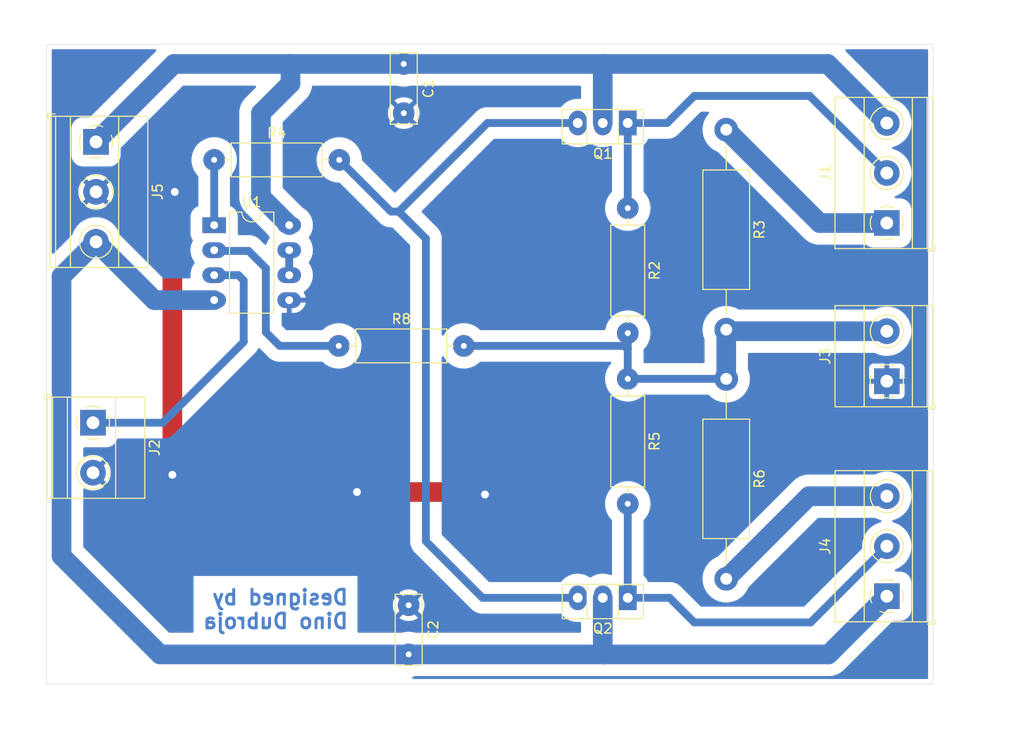
<source format=kicad_pcb>
(kicad_pcb (version 20240108) (generator "pcbnew") (generator_version "8.0")
  (layers (0 "F.Cu" signal) (31 "B.Cu" signal) (34 "B.Paste" user) (35 "F.Paste" user) (36 "B.SilkS" user "B.Silkscreen") (37 "F.SilkS" user "F.Silkscreen") (38 "B.Mask" user) (39 "F.Mask" user) (44 "Edge.Cuts" user))
  (net 0 "")
  (net 1 "+V")
  (net 2 "GND")
  (net 3 "-V")
  (net 4 "Net-(J1-Pin_1)")
  (net 5 "Net-(J1-Pin_2)")
  (net 6 "Net-(J2-Pin_1)")
  (net 7 "Net-(J3-Pin_2)")
  (net 8 "Net-(J4-Pin_2)")
  (net 9 "Net-(Q1-B)")
  (net 10 "Net-(R4-Pad1)")
  (net 11 "Net-(J4-Pin_3)")
  (net 12 "Net-(U1A--)")
  (net 13 "Net-(U1B--)")
  (footprint "Resistor_THT:R_Axial_DIN0414_L11.9mm_D4.5mm_P20.32mm_Horizontal" (layer "F.Cu") (at 179 90 -90)
    (property "Reference" "R6" (at 10.16 -3.37 90) (layer "F.SilkS"))
    (property "Value" "0.22 2W")
    (fp_line (start 4.09 2.37) (end 16.23 2.37) (stroke (width 0.12)) (layer "F.SilkS"))
    (fp_line (start 16.23 2.37) (end 16.23 -2.37) (stroke (width 0.12)) (layer "F.SilkS"))
    (fp_line (start 1.44 0) (end 4.09 0) (stroke (width 0.12)) (layer "F.SilkS"))
    (fp_line (start 18.88 0) (end 16.23 0) (stroke (width 0.12)) (layer "F.SilkS"))
    (fp_line (start 4.09 -2.37) (end 4.09 2.37) (stroke (width 0.12)) (layer "F.SilkS"))
    (fp_line (start 16.23 -2.37) (end 4.09 -2.37) (stroke (width 0.12)) (layer "F.SilkS"))
    (pad "1" thru_hole circle (at 0 0 270) (size 2.4 2.4) (drill 1.2) (layers "*.Cu" "*.Mask") (net 7 "Net-(J3-Pin_2)"))
    (pad "2" thru_hole oval (at 20.32 0 270) (size 2.4 2.4) (drill 1.2) (layers "*.Cu" "*.Mask") (net 11 "Net-(J4-Pin_3)"))
  )
  (footprint "Package_TO_SOT_THT:TO-126-3_Vertical" (layer "F.Cu") (at 169 64 180)
    (property "Reference" "Q1" (at 2.54 -3.12 180) (layer "F.SilkS"))
    (property "Value" "BD139")
    (fp_line (start 6.66 -2.12) (end 6.66 1.37) (stroke (width 0.12)) (layer "F.SilkS"))
    (fp_line (start 4.141 0.54) (end 4.141 1.37) (stroke (width 0.12)) (layer "F.SilkS"))
    (fp_line (start 4.141 -2.12) (end 4.141 -0.54) (stroke (width 0.12)) (layer "F.SilkS"))
    (fp_line (start 0.94 1.05) (end 0.94 1.37) (stroke (width 0.12)) (layer "F.SilkS"))
    (fp_line (start 0.94 -2.12) (end 0.94 -1.05) (stroke (width 0.12)) (layer "F.SilkS"))
    (fp_line (start -1.58 1.37) (end 6.66 1.37) (stroke (width 0.12)) (layer "F.SilkS"))
    (fp_line (start -1.58 -2.12) (end 6.66 -2.12) (stroke (width 0.12)) (layer "F.SilkS"))
    (fp_line (start -1.58 -2.12) (end -1.58 1.37) (stroke (width 0.12)) (layer "F.SilkS"))
    (pad "1" thru_hole rect (at 0 0 180) (size 1.8 2.5) (drill 1) (layers "*.Cu" "*.Mask") (net 5 "Net-(J1-Pin_2)"))
    (pad "2" thru_hole oval (at 2.54 0 180) (size 1.8 2.5) (drill 1) (layers "*.Cu" "*.Mask") (net 1 "+V"))
    (pad "3" thru_hole oval (at 5.08 0 180) (size 1.8 2.5) (drill 1) (layers "*.Cu" "*.Mask") (net 9 "Net-(Q1-B)"))
  )
  (footprint "Resistor_THT:R_Axial_DIN0309_L9.0mm_D3.2mm_P12.70mm_Horizontal" (layer "F.Cu") (at 169 90 -90)
    (property "Reference" "R5" (at 6.35 -2.72 90) (layer "F.SilkS"))
    (property "Value" "470")
    (fp_line (start 1.73 1.72) (end 10.97 1.72) (stroke (width 0.12)) (layer "F.SilkS"))
    (fp_line (start 10.97 1.72) (end 10.97 -1.72) (stroke (width 0.12)) (layer "F.SilkS"))
    (fp_line (start 1.04 0) (end 1.73 0) (stroke (width 0.12)) (layer "F.SilkS"))
    (fp_line (start 11.66 0) (end 10.97 0) (stroke (width 0.12)) (layer "F.SilkS"))
    (fp_line (start 1.73 -1.72) (end 1.73 1.72) (stroke (width 0.12)) (layer "F.SilkS"))
    (fp_line (start 10.97 -1.72) (end 1.73 -1.72) (stroke (width 0.12)) (layer "F.SilkS"))
    (pad "1" thru_hole circle (at 0 0 270) (size 2.2 2.2) (drill 0.6) (layers "*.Cu" "*.Mask") (net 7 "Net-(J3-Pin_2)"))
    (pad "2" thru_hole circle (at 12.7 0 270) (size 2.2 2.2) (drill 0.6) (layers "*.Cu" "*.Mask") (net 8 "Net-(J4-Pin_2)"))
  )
  (footprint "Capacitor_THT:C_Rect_L7.0mm_W2.5mm_P5.00mm" (layer "F.Cu") (at 146.75 113 -90)
    (property "Reference" "C2" (at 2.5 -2.5 90) (layer "F.SilkS"))
    (property "Value" "100n")
    (fp_line (start -1.12 1.37) (end 6.12 1.37) (stroke (width 0.12)) (layer "F.SilkS"))
    (fp_line (start -1.12 -1.37) (end -1.12 1.37) (stroke (width 0.12)) (layer "F.SilkS"))
    (fp_line (start -1.12 -1.37) (end 6.12 -1.37) (stroke (width 0.12)) (layer "F.SilkS"))
    (fp_line (start 6.12 -1.37) (end 6.12 1.37) (stroke (width 0.12)) (layer "F.SilkS"))
    (pad "1" thru_hole circle (at 0 0 270) (size 2.2 2.2) (drill 0.6) (layers "*.Cu" "*.Mask") (net 2 "GND"))
    (pad "2" thru_hole circle (at 5 0 270) (size 2.2 2.2) (drill 0.6) (layers "*.Cu" "*.Mask") (net 3 "-V"))
  )
  (footprint "TerminalBlock_Phoenix:TerminalBlock_Phoenix_MKDS-1,5-2-5.08_1x02_P5.08mm_Horizontal" (layer "F.Cu") (at 114.695 94.455 -90)
    (property "Reference" "J2" (at 2.54 -6.26 90) (layer "F.SilkS"))
    (property "Value" "Screw_Terminal_01x02")
    (fp_line (start -2.84 4.9) (end -2.34 4.9) (stroke (width 0.12)) (layer "F.SilkS"))
    (fp_line (start -2.6 4.66) (end 7.68 4.66) (stroke (width 0.12)) (layer "F.SilkS"))
    (fp_line (start -2.84 4.16) (end -2.84 4.9) (stroke (width 0.12)) (layer "F.SilkS"))
    (fp_line (start -2.6 4.1) (end 7.68 4.1) (stroke (width 0.12)) (layer "F.SilkS"))
    (fp_line (start -2.6 2.6) (end 7.68 2.6) (stroke (width 0.12)) (layer "F.SilkS"))
    (fp_line (start 4.046 1.239) (end 4.011 1.274) (stroke (width 0.12)) (layer "F.SilkS"))
    (fp_line (start 3.853 1.023) (end 3.806 1.069) (stroke (width 0.12)) (layer "F.SilkS"))
    (fp_line (start 6.355 -1.069) (end 6.308 -1.023) (stroke (width 0.12)) (layer "F.SilkS"))
    (fp_line (start 6.15 -1.275) (end 6.115 -1.239) (stroke (width 0.12)) (layer "F.SilkS"))
    (fp_line (start -2.6 -2.301) (end 7.68 -2.301) (stroke (width 0.12)) (layer "F.SilkS"))
    (fp_line (start -2.6 -5.261) (end -2.6 4.66) (stroke (width 0.12)) (layer "F.SilkS"))
    (fp_line (start -2.6 -5.261) (end 7.68 -5.261) (stroke (width 0.12)) (layer "F.SilkS"))
    (fp_line (start 7.68 -5.261) (end 7.68 4.66) (stroke (width 0.12)) (layer "F.SilkS"))
    (fp_arc (start 0.028805 1.680253) (mid -0.335551 1.646659) (end -0.684 1.535) (stroke (width 0.12)) (layer "F.SilkS"))
    (fp_arc (start 0.683318 1.534756) (mid 0.349292 1.643288) (end 0 1.68) (stroke (width 0.12)) (layer "F.SilkS"))
    (fp_arc (start -1.535427 0.683042) (mid -1.680501 -0.000524) (end -1.535 -0.684) (stroke (width 0.12)) (layer "F.SilkS"))
    (fp_arc (start 1.535427 -0.683042) (mid 1.680501 0.000524) (end 1.535 0.684) (stroke (width 0.12)) (layer "F.SilkS"))
    (fp_arc (start -0.683042 -1.535427) (mid 0.000524 -1.680501) (end 0.684 -1.535) (stroke (width 0.12)) (layer "F.SilkS"))
    (fp_circle (center 5.08 0) (end 6.76 0) (stroke (width 0.12)) (fill none) (layer "F.SilkS"))
    (pad "1" thru_hole rect (at 0 0 270) (size 2.6 2.6) (drill 1.3) (layers "*.Cu" "*.Mask") (net 6 "Net-(J2-Pin_1)"))
    (pad "2" thru_hole circle (at 5.08 0 270) (size 2.6 2.6) (drill 1.3) (layers "*.Cu" "*.Mask") (net 2 "GND"))
  )
  (footprint "Resistor_THT:R_Axial_DIN0309_L9.0mm_D3.2mm_P12.70mm_Horizontal" (layer "F.Cu") (at 127 67.75)
    (property "Reference" "R4" (at 6.35 -2.72 0) (layer "F.SilkS"))
    (property "Value" "10")
    (fp_line (start 1.04 0) (end 1.73 0) (stroke (width 0.12)) (layer "F.SilkS"))
    (fp_line (start 1.73 -1.72) (end 1.73 1.72) (stroke (width 0.12)) (layer "F.SilkS"))
    (fp_line (start 1.73 1.72) (end 10.97 1.72) (stroke (width 0.12)) (layer "F.SilkS"))
    (fp_line (start 10.97 -1.72) (end 1.73 -1.72) (stroke (width 0.12)) (layer "F.SilkS"))
    (fp_line (start 10.97 1.72) (end 10.97 -1.72) (stroke (width 0.12)) (layer "F.SilkS"))
    (fp_line (start 11.66 0) (end 10.97 0) (stroke (width 0.12)) (layer "F.SilkS"))
    (pad "1" thru_hole circle (at 0 0) (size 2.2 2.2) (drill 0.6) (layers "*.Cu" "*.Mask") (net 10 "Net-(R4-Pad1)"))
    (pad "2" thru_hole oval (at 12.7 0) (size 2.2 2.2) (drill 0.6) (layers "*.Cu" "*.Mask") (net 9 "Net-(Q1-B)"))
  )
  (footprint "TerminalBlock_Phoenix:TerminalBlock_Phoenix_MKDS-1,5-2-5.08_1x02_P5.08mm_Horizontal" (layer "F.Cu") (at 195.305 90.24 90)
    (property "Reference" "J3" (at 2.54 -6.26 -90) (layer "F.SilkS"))
    (property "Value" "Screw_Terminal_01x02")
    (fp_line (start 7.68 -5.261) (end 7.68 4.66) (stroke (width 0.12)) (layer "F.SilkS"))
    (fp_line (start -2.6 -5.261) (end 7.68 -5.261) (stroke (width 0.12)) (layer "F.SilkS"))
    (fp_line (start -2.6 -5.261) (end -2.6 4.66) (stroke (width 0.12)) (layer "F.SilkS"))
    (fp_line (start -2.6 -2.301) (end 7.68 -2.301) (stroke (width 0.12)) (layer "F.SilkS"))
    (fp_line (start 6.15 -1.275) (end 6.115 -1.239) (stroke (width 0.12)) (layer "F.SilkS"))
    (fp_line (start 6.355 -1.069) (end 6.308 -1.023) (stroke (width 0.12)) (layer "F.SilkS"))
    (fp_line (start 3.853 1.023) (end 3.806 1.069) (stroke (width 0.12)) (layer "F.SilkS"))
    (fp_line (start 4.046 1.239) (end 4.011 1.274) (stroke (width 0.12)) (layer "F.SilkS"))
    (fp_line (start -2.6 2.6) (end 7.68 2.6) (stroke (width 0.12)) (layer "F.SilkS"))
    (fp_line (start -2.6 4.1) (end 7.68 4.1) (stroke (width 0.12)) (layer "F.SilkS"))
    (fp_line (start -2.84 4.16) (end -2.84 4.9) (stroke (width 0.12)) (layer "F.SilkS"))
    (fp_line (start -2.6 4.66) (end 7.68 4.66) (stroke (width 0.12)) (layer "F.SilkS"))
    (fp_line (start -2.84 4.9) (end -2.34 4.9) (stroke (width 0.12)) (layer "F.SilkS"))
    (fp_arc (start -0.683042 -1.535427) (mid 0.000524 -1.680501) (end 0.684 -1.535) (stroke (width 0.12)) (layer "F.SilkS"))
    (fp_arc (start 1.535427 -0.683042) (mid 1.680501 0.000524) (end 1.535 0.684) (stroke (width 0.12)) (layer "F.SilkS"))
    (fp_arc (start -1.535427 0.683042) (mid -1.680501 -0.000524) (end -1.535 -0.684) (stroke (width 0.12)) (layer "F.SilkS"))
    (fp_arc (start 0.683318 1.534756) (mid 0.349292 1.643288) (end 0 1.68) (stroke (width 0.12)) (layer "F.SilkS"))
    (fp_arc (start 0.028805 1.680253) (mid -0.335551 1.646659) (end -0.684 1.535) (stroke (width 0.12)) (layer "F.SilkS"))
    (fp_circle (center 5.08 0) (end 6.76 0) (stroke (width 0.12)) (fill none) (layer "F.SilkS"))
    (pad "1" thru_hole rect (at 0 0 90) (size 2.6 2.6) (drill 1.3) (layers "*.Cu" "*.Mask") (net 2 "GND"))
    (pad "2" thru_hole circle (at 5.08 0 90) (size 2.6 2.6) (drill 1.3) (layers "*.Cu" "*.Mask") (net 7 "Net-(J3-Pin_2)"))
  )
  (footprint "TerminalBlock_Phoenix:TerminalBlock_Phoenix_MKDS-1,5-3-5.08_1x03_P5.08mm_Horizontal" (layer "F.Cu") (at 115 65.915 -90)
    (property "Reference" "J5" (at 5.08 -6.26 90) (layer "F.SilkS"))
    (property "Value" "Screw_Terminal_01x03")
    (fp_line (start -2.84 4.9) (end -2.34 4.9) (stroke (width 0.12)) (layer "F.SilkS"))
    (fp_line (start -2.6 4.66) (end 12.76 4.66) (stroke (width 0.12)) (layer "F.SilkS"))
    (fp_line (start -2.84 4.16) (end -2.84 4.9) (stroke (width 0.12)) (layer "F.SilkS"))
    (fp_line (start -2.6 4.1) (end 12.76 4.1) (stroke (width 0.12)) (layer "F.SilkS"))
    (fp_line (start -2.6 2.6) (end 12.76 2.6) (stroke (width 0.12)) (layer "F.SilkS"))
    (fp_line (start 4.046 1.239) (end 4.011 1.274) (stroke (width 0.12)) (layer "F.SilkS"))
    (fp_line (start 9.126 1.239) (end 9.091 1.274) (stroke (width 0.12)) (layer "F.SilkS"))
    (fp_line (start 3.853 1.023) (end 3.806 1.069) (stroke (width 0.12)) (layer "F.SilkS"))
    (fp_line (start 8.933 1.023) (end 8.886 1.069) (stroke (width 0.12)) (layer "F.SilkS"))
    (fp_line (start 6.355 -1.069) (end 6.308 -1.023) (stroke (width 0.12)) (layer "F.SilkS"))
    (fp_line (start 11.435 -1.069) (end 11.388 -1.023) (stroke (width 0.12)) (layer "F.SilkS"))
    (fp_line (start 6.15 -1.275) (end 6.115 -1.239) (stroke (width 0.12)) (layer "F.SilkS"))
    (fp_line (start 11.23 -1.275) (end 11.195 -1.239) (stroke (width 0.12)) (layer "F.SilkS"))
    (fp_line (start -2.6 -2.301) (end 12.76 -2.301) (stroke (width 0.12)) (layer "F.SilkS"))
    (fp_line (start -2.6 -5.261) (end -2.6 4.66) (stroke (width 0.12)) (layer "F.SilkS"))
    (fp_line (start -2.6 -5.261) (end 12.76 -5.261) (stroke (width 0.12)) (layer "F.SilkS"))
    (fp_line (start 12.76 -5.261) (end 12.76 4.66) (stroke (width 0.12)) (layer "F.SilkS"))
    (fp_arc (start 0.028805 1.680253) (mid -0.335551 1.646659) (end -0.684 1.535) (stroke (width 0.12)) (layer "F.SilkS"))
    (fp_arc (start 0.683318 1.534756) (mid 0.349292 1.643288) (end 0 1.68) (stroke (width 0.12)) (layer "F.SilkS"))
    (fp_arc (start -1.535427 0.683042) (mid -1.680501 -0.000524) (end -1.535 -0.684) (stroke (width 0.12)) (layer "F.SilkS"))
    (fp_arc (start 1.535427 -0.683042) (mid 1.680501 0.000524) (end 1.535 0.684) (stroke (width 0.12)) (layer "F.SilkS"))
    (fp_arc (start -0.683042 -1.535427) (mid 0.000524 -1.680501) (end 0.684 -1.535) (stroke (width 0.12)) (layer "F.SilkS"))
    (fp_circle (center 5.08 0) (end 6.76 0) (stroke (width 0.12)) (fill none) (layer "F.SilkS"))
    (fp_circle (center 10.16 0) (end 11.84 0) (stroke (width 0.12)) (fill none) (layer "F.SilkS"))
    (pad "1" thru_hole rect (at 0 0 270) (size 2.6 2.6) (drill 1.3) (layers "*.Cu" "*.Mask") (net 1 "+V"))
    (pad "2" thru_hole circle (at 5.08 0 270) (size 2.6 2.6) (drill 1.3) (layers "*.Cu" "*.Mask") (net 2 "GND"))
    (pad "3" thru_hole circle (at 10.16 0 270) (size 2.6 2.6) (drill 1.3) (layers "*.Cu" "*.Mask") (net 3 "-V"))
  )
  (footprint "Resistor_THT:R_Axial_DIN0414_L11.9mm_D4.5mm_P20.32mm_Horizontal" (layer "F.Cu") (at 179 64.68 -90)
    (property "Reference" "R3" (at 10.16 -3.37 90) (layer "F.SilkS"))
    (property "Value" "0.22 2W")
    (fp_line (start 4.09 2.37) (end 16.23 2.37) (stroke (width 0.12)) (layer "F.SilkS"))
    (fp_line (start 16.23 2.37) (end 16.23 -2.37) (stroke (width 0.12)) (layer "F.SilkS"))
    (fp_line (start 1.44 0) (end 4.09 0) (stroke (width 0.12)) (layer "F.SilkS"))
    (fp_line (start 18.88 0) (end 16.23 0) (stroke (width 0.12)) (layer "F.SilkS"))
    (fp_line (start 4.09 -2.37) (end 4.09 2.37) (stroke (width 0.12)) (layer "F.SilkS"))
    (fp_line (start 16.23 -2.37) (end 4.09 -2.37) (stroke (width 0.12)) (layer "F.SilkS"))
    (pad "1" thru_hole circle (at 0 0 270) (size 2.4 2.4) (drill 1.2) (layers "*.Cu" "*.Mask") (net 4 "Net-(J1-Pin_1)"))
    (pad "2" thru_hole oval (at 20.32 0 270) (size 2.4 2.4) (drill 1.2) (layers "*.Cu" "*.Mask") (net 7 "Net-(J3-Pin_2)"))
  )
  (footprint "Resistor_THT:R_Axial_DIN0309_L9.0mm_D3.2mm_P12.70mm_Horizontal" (layer "F.Cu") (at 139.65 86.65)
    (property "Reference" "R8" (at 6.35 -2.72 0) (layer "F.SilkS"))
    (property "Value" "1k")
    (fp_line (start 1.04 0) (end 1.73 0) (stroke (width 0.12)) (layer "F.SilkS"))
    (fp_line (start 1.73 -1.72) (end 1.73 1.72) (stroke (width 0.12)) (layer "F.SilkS"))
    (fp_line (start 1.73 1.72) (end 10.97 1.72) (stroke (width 0.12)) (layer "F.SilkS"))
    (fp_line (start 10.97 -1.72) (end 1.73 -1.72) (stroke (width 0.12)) (layer "F.SilkS"))
    (fp_line (start 10.97 1.72) (end 10.97 -1.72) (stroke (width 0.12)) (layer "F.SilkS"))
    (fp_line (start 11.66 0) (end 10.97 0) (stroke (width 0.12)) (layer "F.SilkS"))
    (pad "1" thru_hole circle (at 0 0) (size 2.2 2.2) (drill 0.6) (layers "*.Cu" "*.Mask") (net 12 "Net-(U1A--)"))
    (pad "2" thru_hole circle (at 12.7 0) (size 2.2 2.2) (drill 0.6) (layers "*.Cu" "*.Mask") (net 7 "Net-(J3-Pin_2)"))
  )
  (footprint "TerminalBlock_Phoenix:TerminalBlock_Phoenix_MKDS-1,5-3-5.08_1x03_P5.08mm_Horizontal" (layer "F.Cu") (at 195.305 74.16 90)
    (property "Reference" "J1" (at 5.08 -6.26 -90) (layer "F.SilkS"))
    (property "Value" "Screw_Terminal_01x03")
    (fp_line (start 12.76 -5.261) (end 12.76 4.66) (stroke (width 0.12)) (layer "F.SilkS"))
    (fp_line (start -2.6 -5.261) (end 12.76 -5.261) (stroke (width 0.12)) (layer "F.SilkS"))
    (fp_line (start -2.6 -5.261) (end -2.6 4.66) (stroke (width 0.12)) (layer "F.SilkS"))
    (fp_line (start -2.6 -2.301) (end 12.76 -2.301) (stroke (width 0.12)) (layer "F.SilkS"))
    (fp_line (start 11.23 -1.275) (end 11.195 -1.239) (stroke (width 0.12)) (layer "F.SilkS"))
    (fp_line (start 6.15 -1.275) (end 6.115 -1.239) (stroke (width 0.12)) (layer "F.SilkS"))
    (fp_line (start 11.435 -1.069) (end 11.388 -1.023) (stroke (width 0.12)) (layer "F.SilkS"))
    (fp_line (start 6.355 -1.069) (end 6.308 -1.023) (stroke (width 0.12)) (layer "F.SilkS"))
    (fp_line (start 8.933 1.023) (end 8.886 1.069) (stroke (width 0.12)) (layer "F.SilkS"))
    (fp_line (start 3.853 1.023) (end 3.806 1.069) (stroke (width 0.12)) (layer "F.SilkS"))
    (fp_line (start 9.126 1.239) (end 9.091 1.274) (stroke (width 0.12)) (layer "F.SilkS"))
    (fp_line (start 4.046 1.239) (end 4.011 1.274) (stroke (width 0.12)) (layer "F.SilkS"))
    (fp_line (start -2.6 2.6) (end 12.76 2.6) (stroke (width 0.12)) (layer "F.SilkS"))
    (fp_line (start -2.6 4.1) (end 12.76 4.1) (stroke (width 0.12)) (layer "F.SilkS"))
    (fp_line (start -2.84 4.16) (end -2.84 4.9) (stroke (width 0.12)) (layer "F.SilkS"))
    (fp_line (start -2.6 4.66) (end 12.76 4.66) (stroke (width 0.12)) (layer "F.SilkS"))
    (fp_line (start -2.84 4.9) (end -2.34 4.9) (stroke (width 0.12)) (layer "F.SilkS"))
    (fp_arc (start -0.683042 -1.535427) (mid 0.000524 -1.680501) (end 0.684 -1.535) (stroke (width 0.12)) (layer "F.SilkS"))
    (fp_arc (start 1.535427 -0.683042) (mid 1.680501 0.000524) (end 1.535 0.684) (stroke (width 0.12)) (layer "F.SilkS"))
    (fp_arc (start -1.535427 0.683042) (mid -1.680501 -0.000524) (end -1.535 -0.684) (stroke (width 0.12)) (layer "F.SilkS"))
    (fp_arc (start 0.683318 1.534756) (mid 0.349292 1.643288) (end 0 1.68) (stroke (width 0.12)) (layer "F.SilkS"))
    (fp_arc (start 0.028805 1.680253) (mid -0.335551 1.646659) (end -0.684 1.535) (stroke (width 0.12)) (layer "F.SilkS"))
    (fp_circle (center 10.16 0) (end 11.84 0) (stroke (width 0.12)) (fill none) (layer "F.SilkS"))
    (fp_circle (center 5.08 0) (end 6.76 0) (stroke (width 0.12)) (fill none) (layer "F.SilkS"))
    (pad "1" thru_hole rect (at 0 0 90) (size 2.6 2.6) (drill 1.3) (layers "*.Cu" "*.Mask") (net 4 "Net-(J1-Pin_1)"))
    (pad "2" thru_hole circle (at 5.08 0 90) (size 2.6 2.6) (drill 1.3) (layers "*.Cu" "*.Mask") (net 5 "Net-(J1-Pin_2)"))
    (pad "3" thru_hole circle (at 10.16 0 90) (size 2.6 2.6) (drill 1.3) (layers "*.Cu" "*.Mask") (net 1 "+V"))
  )
  (footprint "Package_DIP:DIP-8_W7.62mm_LongPads" (layer "F.Cu") (at 127 74.38)
    (property "Reference" "U1" (at 3.81 -2.33 0) (layer "F.SilkS"))
    (property "Value" "LM358")
    (fp_line (start 1.56 -1.33) (end 1.56 8.95) (stroke (width 0.12)) (layer "F.SilkS"))
    (fp_line (start 1.56 8.95) (end 6.06 8.95) (stroke (width 0.12)) (layer "F.SilkS"))
    (fp_line (start 2.81 -1.33) (end 1.56 -1.33) (stroke (width 0.12)) (layer "F.SilkS"))
    (fp_line (start 6.06 -1.33) (end 4.81 -1.33) (stroke (width 0.12)) (layer "F.SilkS"))
    (fp_line (start 6.06 8.95) (end 6.06 -1.33) (stroke (width 0.12)) (layer "F.SilkS"))
    (fp_arc (start 4.81 -1.33) (mid 3.81 -0.33) (end 2.81 -1.33) (stroke (width 0.12)) (layer "F.SilkS"))
    (pad "1" thru_hole rect (at 0 0) (size 2.4 1.6) (drill 0.8) (layers "*.Cu" "*.Mask") (net 10 "Net-(R4-Pad1)"))
    (pad "2" thru_hole oval (at 0 2.54) (size 2.4 1.6) (drill 0.8) (layers "*.Cu" "*.Mask") (net 12 "Net-(U1A--)"))
    (pad "3" thru_hole oval (at 0 5.08) (size 2.4 1.6) (drill 0.8) (layers "*.Cu" "*.Mask") (net 6 "Net-(J2-Pin_1)"))
    (pad "4" thru_hole oval (at 0 7.62) (size 2.4 1.6) (drill 0.8) (layers "*.Cu" "*.Mask") (net 3 "-V"))
    (pad "5" thru_hole oval (at 7.62 7.62) (size 2.4 1.6) (drill 0.8) (layers "*.Cu" "*.Mask") (net 2 "GND"))
    (pad "6" thru_hole oval (at 7.62 5.08) (size 2.4 1.6) (drill 0.8) (layers "*.Cu" "*.Mask") (net 13 "Net-(U1B--)"))
    (pad "7" thru_hole oval (at 7.62 2.54) (size 2.4 1.6) (drill 0.8) (layers "*.Cu" "*.Mask") (net 13 "Net-(U1B--)"))
    (pad "8" thru_hole oval (at 7.62 0) (size 2.4 1.6) (drill 0.8) (layers "*.Cu" "*.Mask") (net 1 "+V"))
  )
  (footprint "Package_TO_SOT_THT:TO-126-3_Vertical" (layer "F.Cu") (at 169 112.25 180)
    (property "Reference" "Q2" (at 2.54 -3.12 180) (layer "F.SilkS"))
    (property "Value" "BD140")
    (fp_line (start 6.66 -2.12) (end 6.66 1.37) (stroke (width 0.12)) (layer "F.SilkS"))
    (fp_line (start 4.141 0.54) (end 4.141 1.37) (stroke (width 0.12)) (layer "F.SilkS"))
    (fp_line (start 4.141 -2.12) (end 4.141 -0.54) (stroke (width 0.12)) (layer "F.SilkS"))
    (fp_line (start 0.94 1.05) (end 0.94 1.37) (stroke (width 0.12)) (layer "F.SilkS"))
    (fp_line (start 0.94 -2.12) (end 0.94 -1.05) (stroke (width 0.12)) (layer "F.SilkS"))
    (fp_line (start -1.58 1.37) (end 6.66 1.37) (stroke (width 0.12)) (layer "F.SilkS"))
    (fp_line (start -1.58 -2.12) (end 6.66 -2.12) (stroke (width 0.12)) (layer "F.SilkS"))
    (fp_line (start -1.58 -2.12) (end -1.58 1.37) (stroke (width 0.12)) (layer "F.SilkS"))
    (pad "1" thru_hole rect (at 0 0 180) (size 1.8 2.5) (drill 1) (layers "*.Cu" "*.Mask") (net 8 "Net-(J4-Pin_2)"))
    (pad "2" thru_hole oval (at 2.54 0 180) (size 1.8 2.5) (drill 1) (layers "*.Cu" "*.Mask") (net 3 "-V"))
    (pad "3" thru_hole oval (at 5.08 0 180) (size 1.8 2.5) (drill 1) (layers "*.Cu" "*.Mask") (net 9 "Net-(Q1-B)"))
  )
  (footprint "TerminalBlock_Phoenix:TerminalBlock_Phoenix_MKDS-1,5-3-5.08_1x03_P5.08mm_Horizontal" (layer "F.Cu") (at 195.31 112.085 90)
    (property "Reference" "J4" (at 5.08 -6.26 -90) (layer "F.SilkS"))
    (property "Value" "Screw_Terminal_01x03")
    (fp_line (start 12.76 -5.261) (end 12.76 4.66) (stroke (width 0.12)) (layer "F.SilkS"))
    (fp_line (start -2.6 -5.261) (end 12.76 -5.261) (stroke (width 0.12)) (layer "F.SilkS"))
    (fp_line (start -2.6 -5.261) (end -2.6 4.66) (stroke (width 0.12)) (layer "F.SilkS"))
    (fp_line (start -2.6 -2.301) (end 12.76 -2.301) (stroke (width 0.12)) (layer "F.SilkS"))
    (fp_line (start 11.23 -1.275) (end 11.195 -1.239) (stroke (width 0.12)) (layer "F.SilkS"))
    (fp_line (start 6.15 -1.275) (end 6.115 -1.239) (stroke (width 0.12)) (layer "F.SilkS"))
    (fp_line (start 11.435 -1.069) (end 11.388 -1.023) (stroke (width 0.12)) (layer "F.SilkS"))
    (fp_line (start 6.355 -1.069) (end 6.308 -1.023) (stroke (width 0.12)) (layer "F.SilkS"))
    (fp_line (start 8.933 1.023) (end 8.886 1.069) (stroke (width 0.12)) (layer "F.SilkS"))
    (fp_line (start 3.853 1.023) (end 3.806 1.069) (stroke (width 0.12)) (layer "F.SilkS"))
    (fp_line (start 9.126 1.239) (end 9.091 1.274) (stroke (width 0.12)) (layer "F.SilkS"))
    (fp_line (start 4.046 1.239) (end 4.011 1.274) (stroke (width 0.12)) (layer "F.SilkS"))
    (fp_line (start -2.6 2.6) (end 12.76 2.6) (stroke (width 0.12)) (layer "F.SilkS"))
    (fp_line (start -2.6 4.1) (end 12.76 4.1) (stroke (width 0.12)) (layer "F.SilkS"))
    (fp_line (start -2.84 4.16) (end -2.84 4.9) (stroke (width 0.12)) (layer "F.SilkS"))
    (fp_line (start -2.6 4.66) (end 12.76 4.66) (stroke (width 0.12)) (layer "F.SilkS"))
    (fp_line (start -2.84 4.9) (end -2.34 4.9) (stroke (width 0.12)) (layer "F.SilkS"))
    (fp_arc (start -0.683042 -1.535427) (mid 0.000524 -1.680501) (end 0.684 -1.535) (stroke (width 0.12)) (layer "F.SilkS"))
    (fp_arc (start 1.535427 -0.683042) (mid 1.680501 0.000524) (end 1.535 0.684) (stroke (width 0.12)) (layer "F.SilkS"))
    (fp_arc (start -1.535427 0.683042) (mid -1.680501 -0.000524) (end -1.535 -0.684) (stroke (width 0.12)) (layer "F.SilkS"))
    (fp_arc (start 0.683318 1.534756) (mid 0.349292 1.643288) (end 0 1.68) (stroke (width 0.12)) (layer "F.SilkS"))
    (fp_arc (start 0.028805 1.680253) (mid -0.335551 1.646659) (end -0.684 1.535) (stroke (width 0.12)) (layer "F.SilkS"))
    (fp_circle (center 10.16 0) (end 11.84 0) (stroke (width 0.12)) (fill none) (layer "F.SilkS"))
    (fp_circle (center 5.08 0) (end 6.76 0) (stroke (width 0.12)) (fill none) (layer "F.SilkS"))
    (pad "1" thru_hole rect (at 0 0 90) (size 2.6 2.6) (drill 1.3) (layers "*.Cu" "*.Mask") (net 3 "-V"))
    (pad "2" thru_hole circle (at 5.08 0 90) (size 2.6 2.6) (drill 1.3) (layers "*.Cu" "*.Mask") (net 8 "Net-(J4-Pin_2)"))
    (pad "3" thru_hole circle (at 10.16 0 90) (size 2.6 2.6) (drill 1.3) (layers "*.Cu" "*.Mask") (net 11 "Net-(J4-Pin_3)"))
  )
  (footprint "Resistor_THT:R_Axial_DIN0309_L9.0mm_D3.2mm_P12.70mm_Horizontal" (layer "F.Cu") (at 169 72.65 -90)
    (property "Reference" "R2" (at 6.35 -2.72 90) (layer "F.SilkS"))
    (property "Value" "470")
    (fp_line (start 1.73 1.72) (end 10.97 1.72) (stroke (width 0.12)) (layer "F.SilkS"))
    (fp_line (start 10.97 1.72) (end 10.97 -1.72) (stroke (width 0.12)) (layer "F.SilkS"))
    (fp_line (start 1.04 0) (end 1.73 0) (stroke (width 0.12)) (layer "F.SilkS"))
    (fp_line (start 11.66 0) (end 10.97 0) (stroke (width 0.12)) (layer "F.SilkS"))
    (fp_line (start 1.73 -1.72) (end 1.73 1.72) (stroke (width 0.12)) (layer "F.SilkS"))
    (fp_line (start 10.97 -1.72) (end 1.73 -1.72) (stroke (width 0.12)) (layer "F.SilkS"))
    (pad "1" thru_hole circle (at 0 0 270) (size 2.2 2.2) (drill 0.6) (layers "*.Cu" "*.Mask") (net 5 "Net-(J1-Pin_2)"))
    (pad "2" thru_hole oval (at 12.7 0 270) (size 2.2 2.2) (drill 0.6) (layers "*.Cu" "*.Mask") (net 7 "Net-(J3-Pin_2)"))
  )
  (footprint "Capacitor_THT:C_Rect_L7.0mm_W2.5mm_P5.00mm" (layer "F.Cu") (at 146.25 58 -90)
    (property "Reference" "C1" (at 2.5 -2.5 90) (layer "F.SilkS"))
    (property "Value" "100n")
    (fp_line (start -1.12 1.37) (end 6.12 1.37) (stroke (width 0.12)) (layer "F.SilkS"))
    (fp_line (start -1.12 -1.37) (end -1.12 1.37) (stroke (width 0.12)) (layer "F.SilkS"))
    (fp_line (start -1.12 -1.37) (end 6.12 -1.37) (stroke (width 0.12)) (layer "F.SilkS"))
    (fp_line (start 6.12 -1.37) (end 6.12 1.37) (stroke (width 0.12)) (layer "F.SilkS"))
    (pad "1" thru_hole circle (at 0 0 270) (size 2.2 2.2) (drill 0.6) (layers "*.Cu" "*.Mask") (net 1 "+V"))
    (pad "2" thru_hole circle (at 5 0 270) (size 2.2 2.2) (drill 0.6) (layers "*.Cu" "*.Mask") (net 2 "GND"))
  )
  (gr_rect (start 110 56) (end 200 121) (stroke (width 0.05)) (fill none) (layer "Edge.Cuts"))
  (gr_text "Designed by\nDino Dubroja" (at 140.75 115.5 0) (layer "B.Cu") (effects (font (size 1.5 1.5) (thickness 0.3) (bold yes)) (justify left bottom mirror)))
  (segment (start 166.46 58.04) (end 166.5 58) (width 2) (layer "B.Cu") (net 1))
  (segment (start 115 65.915) (end 122.915 58) (width 2) (layer "B.Cu") (net 1))
  (segment (start 166.46 64) (end 166.46 58.04) (width 2) (layer "B.Cu") (net 1))
  (segment (start 122.915 58) (end 134.75 58) (width 2) (layer "B.Cu") (net 1))
  (segment (start 131.75 63) (end 131.75 71.51) (width 2) (layer "B.Cu") (net 1))
  (segment (start 189.305 58) (end 195.305 64) (width 2) (layer "B.Cu") (net 1))
  (segment (start 134.75 58) (end 134.75 60) (width 2) (layer "B.Cu") (net 1))
  (segment (start 146.25 58) (end 166.5 58) (width 2) (layer "B.Cu") (net 1))
  (segment (start 134.75 60) (end 131.75 63) (width 2) (layer "B.Cu") (net 1))
  (segment (start 131.75 71.51) (end 134.62 74.38) (width 2) (layer "B.Cu") (net 1))
  (segment (start 134.75 58) (end 146.25 58) (width 2) (layer "B.Cu") (net 1))
  (segment (start 166.5 58) (end 189.305 58) (width 2) (layer "B.Cu") (net 1))
  (segment (start 141.5 101.5) (end 154.25 101.5) (width 2) (layer "F.Cu") (net 2))
  (segment (start 154.25 101.5) (end 154.5 101.75) (width 2) (layer "F.Cu") (net 2))
  (segment (start 122.75 99.75) (end 122.75 71.25) (width 2) (layer "F.Cu") (net 2))
  (segment (start 122.75 71.25) (end 123 71) (width 2) (layer "F.Cu") (net 2))
  (via (at 123 71) (size 2.2) (drill 0.8) (layers "F.Cu" "B.Cu") (net 2))
  (via (at 122.75 99.75) (size 2.2) (drill 0.8) (layers "F.Cu" "B.Cu") (net 2))
  (via (at 141.5 101.5) (size 2.2) (drill 0.8) (layers "F.Cu" "B.Cu") (net 2))
  (via (at 154.5 101.75) (size 2.2) (drill 0.8) (layers "F.Cu" "B.Cu") (net 2))
  (segment (start 121.5 118) (end 146.75 118) (width 2) (layer "B.Cu") (net 3))
  (segment (start 166.46 112.25) (end 166.46 117.96) (width 2) (layer "B.Cu") (net 3))
  (segment (start 166.46 117.96) (end 166.5 118) (width 2) (layer "B.Cu") (net 3))
  (segment (start 120.925 82) (end 127 82) (width 2) (layer "B.Cu") (net 3))
  (segment (start 111.5 108) (end 121.5 118) (width 2) (layer "B.Cu") (net 3))
  (segment (start 189.395 118) (end 195.31 112.085) (width 2) (layer "B.Cu") (net 3))
  (segment (start 111.5 79.575) (end 111.5 108) (width 2) (layer "B.Cu") (net 3))
  (segment (start 166.5 118) (end 189.395 118) (width 2) (layer "B.Cu") (net 3))
  (segment (start 115 76.075) (end 111.5 79.575) (width 2) (layer "B.Cu") (net 3))
  (segment (start 115 76.075) (end 120.925 82) (width 2) (layer "B.Cu") (net 3))
  (segment (start 146.75 118) (end 166.5 118) (width 2) (layer "B.Cu") (net 3))
  (segment (start 179 64.68) (end 188.48 74.16) (width 2) (layer "B.Cu") (net 4))
  (segment (start 188.48 74.16) (end 195.305 74.16) (width 2) (layer "B.Cu") (net 4))
  (segment (start 169 64) (end 169 72.65) (width 0.8) (layer "B.Cu") (net 5))
  (segment (start 175.75 61.25) (end 187.475 61.25) (width 0.8) (layer "B.Cu") (net 5))
  (segment (start 187.475 61.25) (end 195.305 69.08) (width 0.8) (layer "B.Cu") (net 5))
  (segment (start 173 64) (end 175.75 61.25) (width 0.8) (layer "B.Cu") (net 5))
  (segment (start 169 64) (end 173 64) (width 0.8) (layer "B.Cu") (net 5))
  (segment (start 130 80) (end 130 86.25) (width 0.8) (layer "B.Cu") (net 6))
  (segment (start 121.795 94.455) (end 114.695 94.455) (width 0.8) (layer "B.Cu") (net 6))
  (segment (start 130 86.25) (end 121.795 94.455) (width 0.8) (layer "B.Cu") (net 6))
  (segment (start 127 79.46) (end 129.46 79.46) (width 0.8) (layer "B.Cu") (net 6))
  (segment (start 129.46 79.46) (end 130 80) (width 0.8) (layer "B.Cu") (net 6))
  (segment (start 195.305 85.16) (end 179.16 85.16) (width 2) (layer "B.Cu") (net 7))
  (segment (start 169 87) (end 169 85.35) (width 0.8) (layer "B.Cu") (net 7))
  (segment (start 179.16 85.16) (end 179 85) (width 2) (layer "B.Cu") (net 7))
  (segment (start 179 90) (end 169 90) (width 0.8) (layer "B.Cu") (net 7))
  (segment (start 152.35 86.65) (end 168.65 86.65) (width 0.8) (layer "B.Cu") (net 7))
  (segment (start 179 85) (end 179 90) (width 2) (layer "B.Cu") (net 7))
  (segment (start 169 90) (end 169 87) (width 0.8) (layer "B.Cu") (net 7))
  (segment (start 168.65 86.65) (end 169 87) (width 0.8) (layer "B.Cu") (net 7))
  (segment (start 169 112.25) (end 173.25 112.25) (width 0.8) (layer "B.Cu") (net 8))
  (segment (start 187.565 114.75) (end 195.31 107.005) (width 0.8) (layer "B.Cu") (net 8))
  (segment (start 173.25 112.25) (end 175.75 114.75) (width 0.8) (layer "B.Cu") (net 8))
  (segment (start 169 112.25) (end 169 102.7) (width 0.8) (layer "B.Cu") (net 8))
  (segment (start 175.75 114.75) (end 187.565 114.75) (width 0.8) (layer "B.Cu") (net 8))
  (segment (start 154.75 64) (end 145.75 73) (width 0.8) (layer "B.Cu") (net 9))
  (segment (start 154.25 112.25) (end 163.92 112.25) (width 0.8) (layer "B.Cu") (net 9))
  (segment (start 148.5 106.5) (end 154.25 112.25) (width 0.8) (layer "B.Cu") (net 9))
  (segment (start 148.5 75.75) (end 148.5 106.5) (width 0.8) (layer "B.Cu") (net 9))
  (segment (start 139.7 67.75) (end 144.95 73) (width 0.8) (layer "B.Cu") (net 9))
  (segment (start 145.75 73) (end 148.5 75.75) (width 0.8) (layer "B.Cu") (net 9))
  (segment (start 163.92 64) (end 154.75 64) (width 0.8) (layer "B.Cu") (net 9))
  (segment (start 144.95 73) (end 145.75 73) (width 0.8) (layer "B.Cu") (net 9))
  (segment (start 127 67.75) (end 127 74.38) (width 0.8) (layer "B.Cu") (net 10))
  (segment (start 187.395 101.925) (end 179 110.32) (width 2) (layer "B.Cu") (net 11))
  (segment (start 195.31 101.925) (end 187.395 101.925) (width 2) (layer "B.Cu") (net 11))
  (segment (start 127.08 77) (end 130.5 77) (width 0.8) (layer "B.Cu") (net 12))
  (segment (start 133.65 86.65) (end 139.65 86.65) (width 0.8) (layer "B.Cu") (net 12))
  (segment (start 132.25 85.25) (end 133.65 86.65) (width 0.8) (layer "B.Cu") (net 12))
  (segment (start 132.25 78.75) (end 132.25 85.25) (width 0.8) (layer "B.Cu") (net 12))
  (segment (start 127 76.92) (end 127.08 77) (width 0.8) (layer "B.Cu") (net 12))
  (segment (start 130.5 77) (end 132.25 78.75) (width 0.8) (layer "B.Cu") (net 12))
  (segment (start 134.62 79.46) (end 134.62 76.92) (width 0.8) (layer "B.Cu") (net 13))
  (zone (net 2) (net_name "GND") (layer "B.Cu") (connect_pads (clearance 1.2)) (min_thickness 0.25) (fill yes (thermal_gap 0.5) (thermal_bridge_width 0.5))
    (polygon (pts (xy 105.25 53.25) (xy 207.25 51.5) (xy 209.25 127) (xy 106.75 125.25) (xy 105.5 53)))
  )
)
</source>
